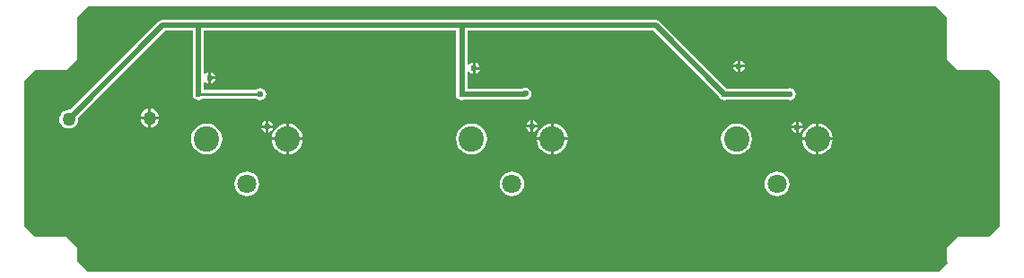
<source format=gtl>
G04*
G04 #@! TF.GenerationSoftware,Altium Limited,Altium Designer,19.1.9 (167)*
G04*
G04 Layer_Physical_Order=1*
G04 Layer_Color=255*
%FSLAX25Y25*%
%MOIN*%
G70*
G01*
G75*
%ADD10C,0.01000*%
%ADD15C,0.02000*%
%ADD16C,0.09449*%
%ADD17C,0.07087*%
%ADD18C,0.05000*%
%ADD19C,0.02362*%
G36*
X342520Y45276D02*
Y29528D01*
X346457Y25591D01*
X358268D01*
X358268Y25591D01*
X362205Y21654D01*
Y-32480D01*
X358268Y-36417D01*
X346457D01*
X342520Y-40354D01*
Y-45420D01*
X343000Y-45900D01*
X339687Y-49213D01*
X23622D01*
X19685Y-45276D01*
Y-40354D01*
X15748Y-36417D01*
X3937D01*
X0Y-32480D01*
Y21654D01*
X-0Y21654D01*
X3937Y25591D01*
X15748D01*
X15748Y25591D01*
X19685Y29528D01*
Y45276D01*
X23622Y49213D01*
X338583D01*
X342520Y45276D01*
D02*
G37*
%LPC*%
G36*
X265900Y29224D02*
Y27600D01*
X267524D01*
X267455Y27951D01*
X266972Y28673D01*
X266251Y29155D01*
X265900Y29224D01*
D02*
G37*
G36*
X264900D02*
X264549Y29155D01*
X263827Y28673D01*
X263345Y27951D01*
X263276Y27600D01*
X264900D01*
Y29224D01*
D02*
G37*
G36*
X167500Y28424D02*
Y26800D01*
X169124D01*
X169054Y27151D01*
X168572Y27872D01*
X167851Y28355D01*
X167500Y28424D01*
D02*
G37*
G36*
X267524Y26600D02*
X265900D01*
Y24976D01*
X266251Y25045D01*
X266972Y25528D01*
X267455Y26249D01*
X267524Y26600D01*
D02*
G37*
G36*
X264900D02*
X263276D01*
X263345Y26249D01*
X263827Y25528D01*
X264549Y25045D01*
X264900Y24976D01*
Y26600D01*
D02*
G37*
G36*
X169124Y25800D02*
X167500D01*
Y24176D01*
X167851Y24245D01*
X168572Y24727D01*
X169054Y25449D01*
X169124Y25800D01*
D02*
G37*
G36*
X69300Y24861D02*
Y23236D01*
X70924D01*
X70855Y23587D01*
X70372Y24309D01*
X69651Y24791D01*
X69300Y24861D01*
D02*
G37*
G36*
X70924Y22236D02*
X69300D01*
Y20612D01*
X69651Y20682D01*
X70372Y21164D01*
X70855Y21885D01*
X70924Y22236D01*
D02*
G37*
G36*
X51308Y44239D02*
X50528Y44084D01*
X49866Y43642D01*
X17071Y10847D01*
X16500Y10922D01*
X15586Y10802D01*
X14735Y10449D01*
X14004Y9888D01*
X13443Y9157D01*
X13090Y8306D01*
X12970Y7392D01*
X13090Y6478D01*
X13443Y5627D01*
X14004Y4896D01*
X14735Y4335D01*
X15586Y3982D01*
X16500Y3862D01*
X17414Y3982D01*
X18265Y4335D01*
X18996Y4896D01*
X19557Y5627D01*
X19910Y6478D01*
X20030Y7392D01*
X19955Y7963D01*
X52153Y40161D01*
X62695D01*
Y17508D01*
X62679Y17485D01*
X62510Y16634D01*
X62679Y15783D01*
X63161Y15061D01*
X63883Y14579D01*
X64734Y14410D01*
X65585Y14579D01*
X66306Y15061D01*
X66335Y15104D01*
X85965D01*
X85994Y15061D01*
X86715Y14579D01*
X87566Y14410D01*
X88417Y14579D01*
X89139Y15061D01*
X89621Y15783D01*
X89790Y16634D01*
X89621Y17485D01*
X89139Y18206D01*
X88417Y18688D01*
X87566Y18858D01*
X86715Y18688D01*
X85994Y18206D01*
X85965Y18163D01*
X66773D01*
Y21012D01*
X67273Y21133D01*
X67949Y20682D01*
X68300Y20612D01*
Y22736D01*
Y24861D01*
X67949Y24791D01*
X67273Y24339D01*
X66773Y24460D01*
Y40161D01*
X160427D01*
Y17508D01*
X160412Y17485D01*
X160242Y16634D01*
X160412Y15783D01*
X160894Y15061D01*
X161615Y14579D01*
X162466Y14410D01*
X163317Y14579D01*
X163340Y14595D01*
X185836D01*
X186123Y14652D01*
X186167Y14643D01*
X187018Y14812D01*
X187739Y15294D01*
X188222Y16016D01*
X188391Y16867D01*
X188222Y17718D01*
X187739Y18439D01*
X187018Y18922D01*
X186167Y19091D01*
X185316Y18922D01*
X184944Y18673D01*
X164505D01*
Y25276D01*
X164573Y25303D01*
X165005Y25359D01*
X165427Y24727D01*
X166149Y24245D01*
X166500Y24176D01*
Y26300D01*
Y28424D01*
X166149Y28355D01*
X165427Y27872D01*
X165005Y27241D01*
X164573Y27297D01*
X164505Y27324D01*
Y40161D01*
X233655D01*
X257924Y15892D01*
X257945Y15783D01*
X258428Y15061D01*
X259149Y14579D01*
X260000Y14410D01*
X260851Y14579D01*
X260874Y14595D01*
X283460D01*
X283483Y14579D01*
X284334Y14410D01*
X285185Y14579D01*
X285906Y15061D01*
X286388Y15783D01*
X286558Y16634D01*
X286388Y17485D01*
X285906Y18206D01*
X285185Y18688D01*
X284334Y18858D01*
X283483Y18688D01*
X283460Y18673D01*
X260911D01*
X235942Y43642D01*
X235280Y44084D01*
X234500Y44239D01*
X51308D01*
X51308Y44239D01*
D02*
G37*
G36*
X47100Y11264D02*
Y8300D01*
X50064D01*
X50010Y8714D01*
X49657Y9565D01*
X49096Y10296D01*
X48365Y10857D01*
X47514Y11210D01*
X47100Y11264D01*
D02*
G37*
G36*
X46100D02*
X45686Y11210D01*
X44835Y10857D01*
X44104Y10296D01*
X43543Y9565D01*
X43190Y8714D01*
X43136Y8300D01*
X46100D01*
Y11264D01*
D02*
G37*
G36*
X189000Y6924D02*
Y5300D01*
X190624D01*
X190554Y5651D01*
X190073Y6373D01*
X189351Y6855D01*
X189000Y6924D01*
D02*
G37*
G36*
X188000D02*
X187649Y6855D01*
X186927Y6373D01*
X186445Y5651D01*
X186376Y5300D01*
X188000D01*
Y6924D01*
D02*
G37*
G36*
X90700Y6724D02*
Y5100D01*
X92324D01*
X92255Y5451D01*
X91773Y6173D01*
X91051Y6655D01*
X90700Y6724D01*
D02*
G37*
G36*
X89700D02*
X89349Y6655D01*
X88627Y6173D01*
X88146Y5451D01*
X88076Y5100D01*
X89700D01*
Y6724D01*
D02*
G37*
G36*
X287528Y6497D02*
Y4872D01*
X289152D01*
X289082Y5223D01*
X288600Y5945D01*
X287879Y6427D01*
X287528Y6497D01*
D02*
G37*
G36*
X286528D02*
X286176Y6427D01*
X285455Y5945D01*
X284973Y5223D01*
X284903Y4872D01*
X286528D01*
Y6497D01*
D02*
G37*
G36*
X50064Y7300D02*
X47100D01*
Y4336D01*
X47514Y4390D01*
X48365Y4743D01*
X49096Y5304D01*
X49657Y6035D01*
X50010Y6886D01*
X50064Y7300D01*
D02*
G37*
G36*
X46100D02*
X43136D01*
X43190Y6886D01*
X43543Y6035D01*
X44104Y5304D01*
X44835Y4743D01*
X45686Y4390D01*
X46100Y4336D01*
Y7300D01*
D02*
G37*
G36*
X190624Y4300D02*
X189000D01*
Y2676D01*
X189351Y2745D01*
X190073Y3227D01*
X190554Y3949D01*
X190624Y4300D01*
D02*
G37*
G36*
X188000D02*
X186376D01*
X186445Y3949D01*
X186927Y3227D01*
X187649Y2745D01*
X188000Y2676D01*
Y4300D01*
D02*
G37*
G36*
X92324Y4100D02*
X90700D01*
Y2476D01*
X91051Y2545D01*
X91773Y3028D01*
X92255Y3749D01*
X92324Y4100D01*
D02*
G37*
G36*
X89700D02*
X88076D01*
X88146Y3749D01*
X88627Y3028D01*
X89349Y2545D01*
X89700Y2476D01*
Y4100D01*
D02*
G37*
G36*
X289152Y3872D02*
X287528D01*
Y2248D01*
X287879Y2318D01*
X288600Y2800D01*
X289082Y3521D01*
X289152Y3872D01*
D02*
G37*
G36*
X286528D02*
X284903D01*
X284973Y3521D01*
X285455Y2800D01*
X286176Y2318D01*
X286528Y2248D01*
Y3872D01*
D02*
G37*
G36*
X295028Y5708D02*
Y500D01*
X300236D01*
X300105Y1494D01*
X299528Y2887D01*
X298610Y4083D01*
X297414Y5000D01*
X296022Y5577D01*
X295028Y5708D01*
D02*
G37*
G36*
X294028D02*
X293033Y5577D01*
X291641Y5000D01*
X290445Y4083D01*
X289527Y2887D01*
X288950Y1494D01*
X288820Y500D01*
X294028D01*
Y5708D01*
D02*
G37*
G36*
X196602D02*
Y500D01*
X201810D01*
X201679Y1494D01*
X201103Y2887D01*
X200185Y4083D01*
X198989Y5000D01*
X197597Y5577D01*
X196602Y5708D01*
D02*
G37*
G36*
X195602D02*
X194608Y5577D01*
X193216Y5000D01*
X192020Y4083D01*
X191102Y2887D01*
X190525Y1494D01*
X190394Y500D01*
X195602D01*
Y5708D01*
D02*
G37*
G36*
X98177D02*
Y500D01*
X103385D01*
X103254Y1494D01*
X102677Y2887D01*
X101760Y4083D01*
X100564Y5000D01*
X99172Y5577D01*
X98177Y5708D01*
D02*
G37*
G36*
X97177D02*
X96183Y5577D01*
X94790Y5000D01*
X93594Y4083D01*
X92677Y2887D01*
X92100Y1494D01*
X91969Y500D01*
X97177D01*
Y5708D01*
D02*
G37*
G36*
X300236Y-500D02*
X295028D01*
Y-5708D01*
X296022Y-5577D01*
X297414Y-5000D01*
X298610Y-4083D01*
X299528Y-2887D01*
X300105Y-1494D01*
X300236Y-500D01*
D02*
G37*
G36*
X294028D02*
X288820D01*
X288950Y-1494D01*
X289527Y-2887D01*
X290445Y-4083D01*
X291641Y-5000D01*
X293033Y-5577D01*
X294028Y-5708D01*
Y-500D01*
D02*
G37*
G36*
X201810D02*
X196602D01*
Y-5708D01*
X197597Y-5577D01*
X198989Y-5000D01*
X200185Y-4083D01*
X201103Y-2887D01*
X201679Y-1494D01*
X201810Y-500D01*
D02*
G37*
G36*
X195602D02*
X190394D01*
X190525Y-1494D01*
X191102Y-2887D01*
X192020Y-4083D01*
X193216Y-5000D01*
X194608Y-5577D01*
X195602Y-5708D01*
Y-500D01*
D02*
G37*
G36*
X103385D02*
X98177D01*
Y-5708D01*
X99172Y-5577D01*
X100564Y-5000D01*
X101760Y-4083D01*
X102677Y-2887D01*
X103254Y-1494D01*
X103385Y-500D01*
D02*
G37*
G36*
X97177D02*
X91969D01*
X92100Y-1494D01*
X92677Y-2887D01*
X93594Y-4083D01*
X94790Y-5000D01*
X96183Y-5577D01*
X97177Y-5708D01*
Y-500D01*
D02*
G37*
G36*
X264528Y5774D02*
X263033Y5577D01*
X261641Y5000D01*
X260445Y4083D01*
X259527Y2887D01*
X258950Y1494D01*
X258754Y0D01*
X258950Y-1494D01*
X259527Y-2887D01*
X260445Y-4083D01*
X261641Y-5000D01*
X263033Y-5577D01*
X264528Y-5774D01*
X266022Y-5577D01*
X267414Y-5000D01*
X268610Y-4083D01*
X269528Y-2887D01*
X270105Y-1494D01*
X270301Y0D01*
X270105Y1494D01*
X269528Y2887D01*
X268610Y4083D01*
X267414Y5000D01*
X266022Y5577D01*
X264528Y5774D01*
D02*
G37*
G36*
X166102D02*
X164608Y5577D01*
X163215Y5000D01*
X162020Y4083D01*
X161102Y2887D01*
X160525Y1494D01*
X160328Y0D01*
X160525Y-1494D01*
X161102Y-2887D01*
X162020Y-4083D01*
X163215Y-5000D01*
X164608Y-5577D01*
X166102Y-5774D01*
X167597Y-5577D01*
X168989Y-5000D01*
X170185Y-4083D01*
X171103Y-2887D01*
X171679Y-1494D01*
X171876Y0D01*
X171679Y1494D01*
X171103Y2887D01*
X170185Y4083D01*
X168989Y5000D01*
X167597Y5577D01*
X166102Y5774D01*
D02*
G37*
G36*
X67677D02*
X66183Y5577D01*
X64790Y5000D01*
X63595Y4083D01*
X62677Y2887D01*
X62100Y1494D01*
X61903Y0D01*
X62100Y-1494D01*
X62677Y-2887D01*
X63595Y-4083D01*
X64790Y-5000D01*
X66183Y-5577D01*
X67677Y-5774D01*
X69172Y-5577D01*
X70564Y-5000D01*
X71760Y-4083D01*
X72677Y-2887D01*
X73254Y-1494D01*
X73451Y0D01*
X73254Y1494D01*
X72677Y2887D01*
X71760Y4083D01*
X70564Y5000D01*
X69172Y5577D01*
X67677Y5774D01*
D02*
G37*
G36*
X279528Y-12150D02*
X278342Y-12306D01*
X277236Y-12764D01*
X276287Y-13492D01*
X275559Y-14441D01*
X275101Y-15546D01*
X274945Y-16732D01*
X275101Y-17918D01*
X275559Y-19024D01*
X276287Y-19973D01*
X277236Y-20701D01*
X278342Y-21159D01*
X279528Y-21315D01*
X280714Y-21159D01*
X281819Y-20701D01*
X282768Y-19973D01*
X283496Y-19024D01*
X283954Y-17918D01*
X284110Y-16732D01*
X283954Y-15546D01*
X283496Y-14441D01*
X282768Y-13492D01*
X281819Y-12764D01*
X280714Y-12306D01*
X279528Y-12150D01*
D02*
G37*
G36*
X181102D02*
X179916Y-12306D01*
X178811Y-12764D01*
X177862Y-13492D01*
X177134Y-14441D01*
X176676Y-15546D01*
X176520Y-16732D01*
X176676Y-17918D01*
X177134Y-19024D01*
X177862Y-19973D01*
X178811Y-20701D01*
X179916Y-21159D01*
X181102Y-21315D01*
X182288Y-21159D01*
X183394Y-20701D01*
X184343Y-19973D01*
X185071Y-19024D01*
X185529Y-17918D01*
X185685Y-16732D01*
X185529Y-15546D01*
X185071Y-14441D01*
X184343Y-13492D01*
X183394Y-12764D01*
X182288Y-12306D01*
X181102Y-12150D01*
D02*
G37*
G36*
X82677D02*
X81491Y-12306D01*
X80386Y-12764D01*
X79437Y-13492D01*
X78709Y-14441D01*
X78251Y-15546D01*
X78095Y-16732D01*
X78251Y-17918D01*
X78709Y-19024D01*
X79437Y-19973D01*
X80386Y-20701D01*
X81491Y-21159D01*
X82677Y-21315D01*
X83863Y-21159D01*
X84968Y-20701D01*
X85918Y-19973D01*
X86646Y-19024D01*
X87103Y-17918D01*
X87260Y-16732D01*
X87103Y-15546D01*
X86646Y-14441D01*
X85918Y-13492D01*
X84968Y-12764D01*
X83863Y-12306D01*
X82677Y-12150D01*
D02*
G37*
%LPD*%
D10*
X64734Y16634D02*
X87566D01*
D15*
X234500Y42200D02*
X260066Y16634D01*
X260000D02*
X260066D01*
X284334D01*
X186069Y16867D02*
X186167D01*
X185836Y16634D02*
X186069Y16867D01*
X162466Y16634D02*
X185836D01*
X64734D02*
Y42034D01*
X64900Y42200D02*
X162466D01*
X51308D02*
X64900D01*
X64734Y42034D02*
X64900Y42200D01*
X162466D02*
X234500D01*
X162466Y16634D02*
Y42200D01*
X16500Y7392D02*
X51308Y42200D01*
D16*
X264528Y0D02*
D03*
X294528D02*
D03*
X166102D02*
D03*
X196102D02*
D03*
X67677D02*
D03*
X97677D02*
D03*
D17*
X279528Y-16732D02*
D03*
X181102D02*
D03*
X82677D02*
D03*
D18*
X46600Y7800D02*
D03*
X16500Y7392D02*
D03*
D19*
X87566Y16634D02*
D03*
X284334D02*
D03*
X186167Y16867D02*
D03*
X287028Y4372D02*
D03*
X188500Y4800D02*
D03*
X90200Y4600D02*
D03*
X64734Y16634D02*
D03*
X162466D02*
D03*
X260000D02*
D03*
X68800Y22736D02*
D03*
X167000Y26300D02*
D03*
X265400Y27100D02*
D03*
M02*

</source>
